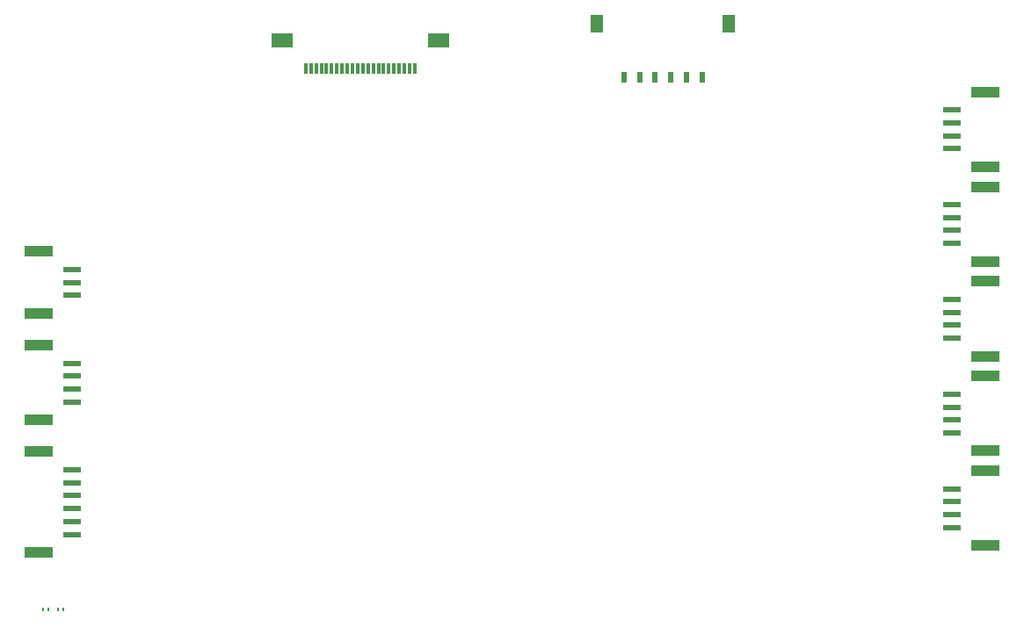
<source format=gbr>
%TF.GenerationSoftware,KiCad,Pcbnew,(5.1.8)-1*%
%TF.CreationDate,2021-06-12T11:00:54-04:00*%
%TF.ProjectId,pixc4-jetson-universal-carrier,70697863-342d-46a6-9574-736f6e2d756e,rev?*%
%TF.SameCoordinates,Original*%
%TF.FileFunction,Paste,Bot*%
%TF.FilePolarity,Positive*%
%FSLAX46Y46*%
G04 Gerber Fmt 4.6, Leading zero omitted, Abs format (unit mm)*
G04 Created by KiCad (PCBNEW (5.1.8)-1) date 2021-06-12 11:00:54*
%MOMM*%
%LPD*%
G01*
G04 APERTURE LIST*
%ADD10R,1.800000X0.600000*%
%ADD11R,2.800000X1.000000*%
%ADD12R,2.006600X1.346200*%
%ADD13R,0.355600X1.041400*%
%ADD14R,0.280000X0.430000*%
%ADD15R,1.250000X1.800000*%
%ADD16R,0.600000X1.000000*%
G04 APERTURE END LIST*
D10*
%TO.C,J24*%
X141798240Y-124300320D03*
X141798240Y-125550320D03*
X141798240Y-126800320D03*
X141798240Y-128050320D03*
D11*
X144998240Y-129775320D03*
X144998240Y-122575320D03*
%TD*%
D10*
%TO.C,J23*%
X141798240Y-115165005D03*
X141798240Y-116415005D03*
X141798240Y-117665005D03*
X141798240Y-118915005D03*
D11*
X144998240Y-120640005D03*
X144998240Y-113440005D03*
%TD*%
D10*
%TO.C,J22*%
X141798240Y-106029690D03*
X141798240Y-107279690D03*
X141798240Y-108529690D03*
X141798240Y-109779690D03*
D11*
X144998240Y-111504690D03*
X144998240Y-104304690D03*
%TD*%
D10*
%TO.C,J21*%
X141798240Y-96894375D03*
X141798240Y-98144375D03*
X141798240Y-99394375D03*
X141798240Y-100644375D03*
D11*
X144998240Y-102369375D03*
X144998240Y-95169375D03*
%TD*%
D10*
%TO.C,J18*%
X57020260Y-128698660D03*
X57020260Y-127448660D03*
X57020260Y-126198660D03*
X57020260Y-124948660D03*
X57020260Y-123698660D03*
X57020260Y-122448660D03*
D11*
X53820260Y-120723660D03*
X53820260Y-130423660D03*
%TD*%
D10*
%TO.C,J17*%
X57020260Y-115937640D03*
X57020260Y-114687640D03*
X57020260Y-113437640D03*
X57020260Y-112187640D03*
D11*
X53820260Y-110462640D03*
X53820260Y-117662640D03*
%TD*%
D10*
%TO.C,J9*%
X141798240Y-87759060D03*
X141798240Y-89009060D03*
X141798240Y-90259060D03*
X141798240Y-91509060D03*
D11*
X144998240Y-93234060D03*
X144998240Y-86034060D03*
%TD*%
D12*
%TO.C,J8*%
X92322500Y-81077480D03*
X77222500Y-81077480D03*
D13*
X90022500Y-83777480D03*
X89522501Y-83777480D03*
X89022499Y-83777480D03*
X88522500Y-83777480D03*
X88022501Y-83777480D03*
X87522500Y-83777480D03*
X87022501Y-83777480D03*
X86522499Y-83777480D03*
X86022500Y-83777480D03*
X85522501Y-83777480D03*
X85022500Y-83777480D03*
X84522500Y-83777480D03*
X84022499Y-83777480D03*
X83522500Y-83777480D03*
X83022501Y-83777480D03*
X82522499Y-83777480D03*
X82022500Y-83777480D03*
X81522499Y-83777480D03*
X81022500Y-83777480D03*
X80522501Y-83777480D03*
X80022499Y-83777480D03*
X79522500Y-83777480D03*
%TD*%
D10*
%TO.C,J7*%
X57020260Y-105651620D03*
X57020260Y-104401620D03*
X57020260Y-103151620D03*
D11*
X53820260Y-101401620D03*
X53820260Y-107401620D03*
%TD*%
D14*
%TO.C,R17*%
X56146000Y-135940800D03*
X55626000Y-135940800D03*
%TD*%
%TO.C,R16*%
X54241700Y-135966200D03*
X54761700Y-135966200D03*
%TD*%
D15*
%TO.C,J14*%
X107571700Y-79453740D03*
X120281700Y-79453740D03*
D16*
X110176700Y-84643740D03*
X111676700Y-84643740D03*
X113176700Y-84643740D03*
X114676700Y-84643740D03*
X116176700Y-84643740D03*
X117676700Y-84643740D03*
%TD*%
M02*

</source>
